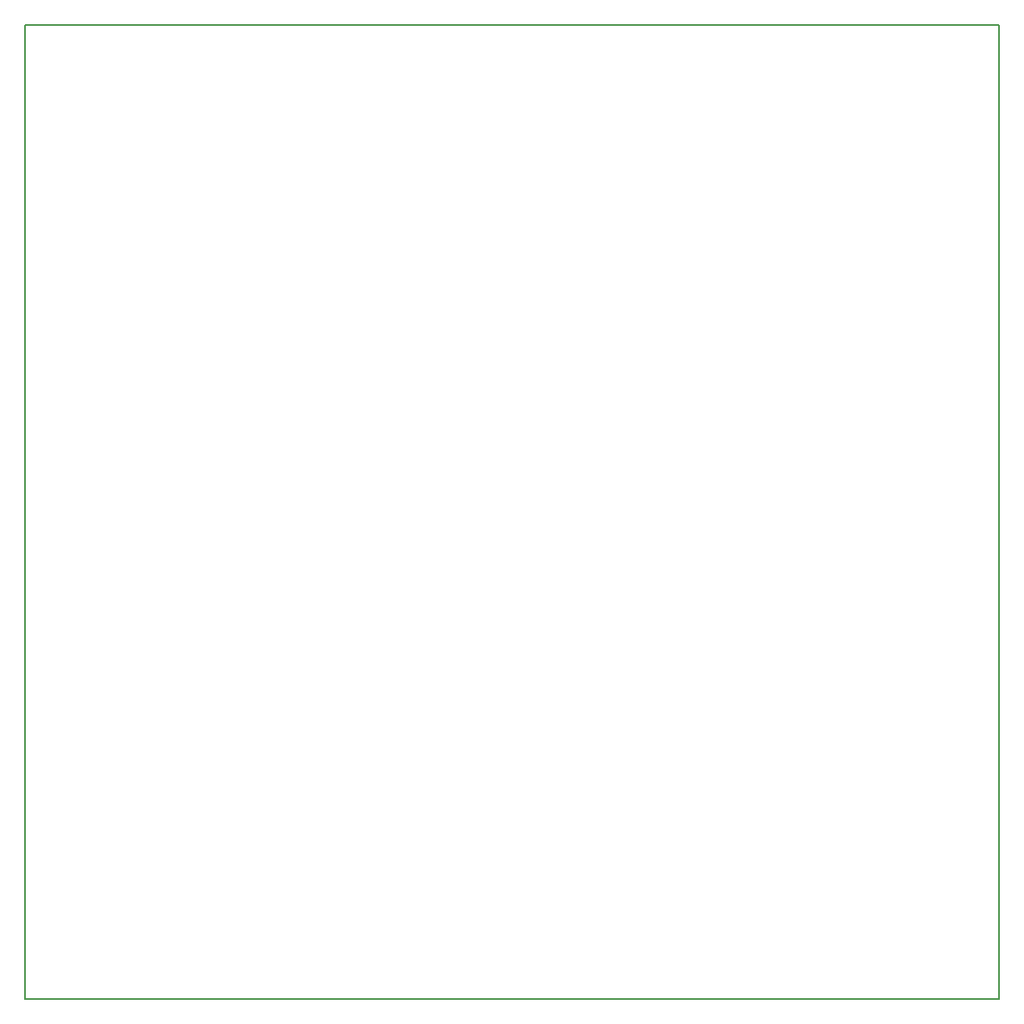
<source format=gbr>
G04 #@! TF.FileFunction,Profile,NP*
%FSLAX46Y46*%
G04 Gerber Fmt 4.6, Leading zero omitted, Abs format (unit mm)*
G04 Created by KiCad (PCBNEW 4.0.5) date *
%MOMM*%
%LPD*%
G01*
G04 APERTURE LIST*
%ADD10C,0.100000*%
%ADD11C,0.150000*%
G04 APERTURE END LIST*
D10*
D11*
X153250000Y-150000000D02*
X155500000Y-150000000D01*
X211000000Y-51000000D02*
X112000000Y-51000000D01*
X211000000Y-150000000D02*
X211000000Y-51000000D01*
X112000000Y-150000000D02*
X211000000Y-150000000D01*
X112000000Y-51000000D02*
X112000000Y-150000000D01*
M02*

</source>
